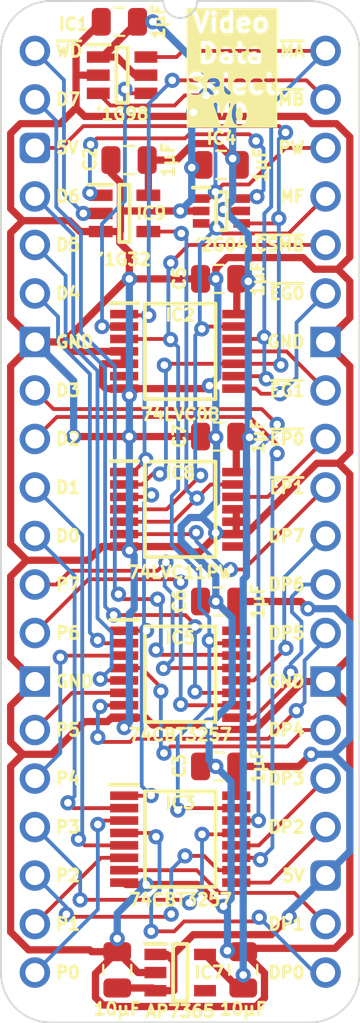
<source format=kicad_pcb>
(kicad_pcb (version 20240108) (generator "pcbnew") (generator_version "8.0")
  (title_block (title "Video Main Memory Select") (date "2024-03-06") (rev "V0"))
  (layers (0 "F.Cu" signal) (31 "B.Cu" signal) (34 "B.Paste" user) (35 "F.Paste" user) (36 "B.SilkS" user "B.Silkscreen") (37 "F.SilkS" user "F.Silkscreen") (38 "B.Mask" user) (39 "F.Mask" user) (44 "Edge.Cuts" user))
  (net 0 "")
  (net 1 "/5V")
  (net 2 "/GND")
  (net 3 "/3.3V")
  (net 5 "/~{Palette Write Memory B}")
  (net 6 "/Palette Write")
  (net 7 "/~{Memory A}")
  (net 8 "/~{Memory B}")
  (net 9 "/~{CS Memory B}")
  (net 10 "/PL2")
  (net 11 "/DP0")
  (net 12 "/D1_{M}")
  (net 13 "/DP3")
  (net 14 "/D2_{M}")
  (net 15 "/DP2")
  (net 16 "/PL1")
  (net 17 "/PL0")
  (net 18 "/PL3")
  (net 19 "/D3_{M}")
  (net 20 "/D0_{M}")
  (net 21 "/DP1")
  (net 22 "/~{Palette Write}")
  (net 23 "/Memory Frame")
  (net 24 "/~{Memory Frame}")
  (net 25 "/D4_{M}")
  (net 26 "/PL7")
  (net 27 "/DP5")
  (net 28 "/PL6")
  (net 29 "/D7_{M}")
  (net 30 "/DP6")
  (net 31 "/D5_{M}")
  (net 32 "/DP4")
  (net 33 "/PL4")
  (net 34 "/DP7")
  (net 35 "/PL5")
  (net 36 "/D6_{M}")
  (net 37 "/~{EG1}")
  (net 38 "/~{EG0}")
  (net 40 "/~{EP1}")
  (net 41 "/~{EP0}")
  (net 42 "/~{Palette + WD}")
  (net 43 "/~{WD}_{M}")
  (footprint "SamacSys_Parts:C_0805" (layer "F.Cu") (at 10.922 48.133)
    (property "Reference" "C9" (hide yes))
    (property "Value" "10μF")
  )
  (footprint "SamacSys_Parts:C_0805" (layer "F.Cu") (at 9.652 11.938 90)
    (property "Reference" "C5")
    (property "Value" "1μF")
  )
  (footprint "SamacSys_Parts:C_0805" (layer "F.Cu") (at 9.652 37.465 90)
    (property "Reference" "C3")
    (property "Value" "1μF")
  )
  (footprint "SamacSys_Parts:DIP-40_Board_W15.24mm" (layer "F.Cu") (at 0 0)
    (property "Reference" "J1" (hide yes))
    (property "Value" "Conn_02x20_Counter_Clockwise" (hide yes))
    (fp_line (start -1.778 48.26) (end -1.778 0) (stroke (width 0.1)) (layer "Edge.Cuts"))
    (fp_line (start 6.731 -2.6162) (end 0.835732 -2.613732) (stroke (width 0.1)) (layer "Edge.Cuts"))
    (fp_line (start 14.404267 -2.613733) (end 8.509 -2.6162) (stroke (width 0.1)) (layer "Edge.Cuts"))
    (fp_line (start 14.404268 50.873732) (end 0.835733 50.873733) (stroke (width 0.1)) (layer "Edge.Cuts"))
    (fp_line (start 17.018 48.26) (end 17.017999 -0.000001) (stroke (width 0.1)) (layer "Edge.Cuts"))
    (fp_arc (start -1.778 0) (mid -1.012456 -1.848188) (end 0.835732 -2.613732) (stroke (width 0.1)) (layer "Edge.Cuts"))
    (fp_arc (start 0.835733 50.873733) (mid -1.012457 50.10819) (end -1.778 48.26) (stroke (width 0.1)) (layer "Edge.Cuts"))
    (fp_arc (start 8.509 -2.6162) (mid 7.62 -1.7272) (end 6.731 -2.6162) (stroke (width 0.1)) (layer "Edge.Cuts"))
    (fp_arc (start 14.404267 -2.613733) (mid 16.252448 -1.848183) (end 17.017999 -0.000001) (stroke (width 0.1)) (layer "Edge.Cuts"))
    (fp_arc (start 17.018 48.26) (mid 16.252456 50.108187) (end 14.404268 50.873732) (stroke (width 0.1)) (layer "Edge.Cuts"))
  )
  (footprint "SamacSys_Parts:SOP65P640X110-14N" (layer "F.Cu") (at 7.62 24.003)
    (property "Reference" "IC8")
    (property "Value" "74LVC11PW,112" (hide yes))
  )
  (footprint "SamacSys_Parts:SOP65P210X110-6N" (layer "F.Cu") (at 9.779 8.382)
    (property "Reference" "IC4")
    (property "Value" "74LVC2G04GW-Q100H" (hide yes))
  )
  (footprint "SamacSys_Parts:C_0805" (layer "F.Cu") (at 9.652 20.193 90)
    (property "Reference" "C7")
    (property "Value" "1μF")
  )
  (footprint "SamacSys_Parts:SOT95P275X110-5N" (layer "F.Cu") (at 4.699 8.509)
    (property "Reference" "IC9")
    (property "Value" "74LVC1G32GV,125" (hide yes))
  )
  (footprint "SamacSys_Parts:C_0805" (layer "F.Cu") (at 9.652 28.829 90)
    (property "Reference" "C6")
    (property "Value" "1μF")
  )
  (footprint "SamacSys_Parts:SOP65P640X110-14N" (layer "F.Cu") (at 7.62 15.733)
    (property "Reference" "IC2")
    (property "Value" "74LVC08APW,112" (hide yes))
  )
  (footprint "SamacSys_Parts:C_0805" (layer "F.Cu") (at 4.445 -1.524 90)
    (property "Reference" "C4" (hide yes))
    (property "Value" "1μF")
  )
  (footprint "SamacSys_Parts:SOT95P280X145-6N" (layer "F.Cu") (at 4.572 1.27)
    (property "Reference" "IC1")
    (property "Value" "SN74LVC1G98DBVR" (hide yes))
  )
  (footprint "SamacSys_Parts:C_0805" (layer "F.Cu") (at 4.318 48.133)
    (property "Reference" "C8" (hide yes))
    (property "Value" "10μF")
  )
  (footprint "SamacSys_Parts:C_0805" (layer "F.Cu") (at 4.953 5.715 90)
    (property "Reference" "C2")
    (property "Value" "1μF")
  )
  (footprint "SamacSys_Parts:SOT95P285X130-5N" (layer "F.Cu") (at 7.62 48.26)
    (property "Reference" "IC7")
    (property "Value" "AP7365-33WG-7" (hide yes))
  )
  (footprint "SamacSys_Parts:SOP65P640X120-16N" (layer "F.Cu") (at 7.62 41.275)
    (property "Reference" "IC3")
    (property "Value" "SN74CBT3257CPWR" (hide yes))
  )
  (footprint "SamacSys_Parts:SOP65P640X120-16N" (layer "F.Cu") (at 7.62 32.639)
    (property "Reference" "IC5")
    (property "Value" "SN74CBT3257CPWR" (hide yes))
  )
  (footprint "SamacSys_Parts:C_0805" (layer "F.Cu") (at 9.779 5.969 90)
    (property "Reference" "C1" (hide yes))
    (property "Value" "1μF")
  )
  (footprint "SamacSys_Parts:PinHeader_1x20_P2.54mm_Vertical" (layer "B.Cu") (at 0 0 180)
    (property "Reference" "J2" (hide yes))
    (property "Value" "Pin_Header_01x20" (hide yes))
  )
  (footprint "SamacSys_Parts:PinHeader_1x20_P2.54mm_Vertical" (layer "B.Cu") (at 15.24 0 180)
    (property "Reference" "J3" (hide yes))
    (property "Value" "Pin_Header_01x20" (hide yes))
  )
  (gr_text "P0" (at 1.016 48.26 0) (layer "F.SilkS") (effects (font (size 0.635 0.635)) (justify left)))
  (gr_text "5V" (at 1.016 5.08 0) (layer "F.SilkS") (effects (font (size 0.635 0.635)) (justify left)))
  (gr_text "P1" (at 1.016 45.72 0) (layer "F.SilkS") (effects (font (size 0.635 0.635)) (justify left)))
  (gr_text "P7" (at 1.016 27.94 0) (layer "F.SilkS") (effects (font (size 0.635 0.635)) (justify left)))
  (gr_text "5V" (at 14.224 43.18 0) (layer "F.SilkS") (effects (font (size 0.635 0.635)) (justify right)))
  (gr_text "~{EP0}" (at 14.224 20.32 0) (layer "F.SilkS") (effects (font (size 0.635 0.635)) (justify right)))
  (gr_text "D3" (at 1.016 17.78 0) (layer "F.SilkS") (effects (font (size 0.635 0.635)) (justify left)))
  (gr_text "~{MB}" (at 14.224 2.54 0) (layer "F.SilkS") (effects (font (size 0.635 0.635)) (justify right)))
  (gr_text "P2" (at 1.016 43.18 0) (layer "F.SilkS") (effects (font (size 0.635 0.635)) (justify left)))
  (gr_text "D2" (at 1.016 20.32 0) (layer "F.SilkS") (effects (font (size 0.635 0.635)) (justify left)))
  (gr_text "D7" (at 1.016 2.54 0) (layer "F.SilkS") (effects (font (size 0.635 0.635)) (justify left)))
  (gr_text "GND" (at 14.224 33.02 0) (layer "F.SilkS") (effects (font (size 0.635 0.635)) (justify right)))
  (gr_text "P5" (at 1.016 35.56 0) (layer "F.SilkS") (effects (font (size 0.635 0.635)) (justify left)))
  (gr_text "~{CSMB}" (at 14.224 10.16 0) (layer "F.SilkS") (effects (font (size 0.635 0.635)) (justify right)))
  (gr_text "DP5" (at 14.224 30.48 0) (layer "F.SilkS") (effects (font (size 0.635 0.635)) (justify right)))
  (gr_text "D4" (at 1.016 12.7 0) (layer "F.SilkS") (effects (font (size 0.635 0.635)) (justify left)))
  (gr_text "DP7" (at 14.224 25.4 0) (layer "F.SilkS") (effects (font (size 0.635 0.635)) (justify right)))
  (gr_text "DP3" (at 14.224 38.1 0) (layer "F.SilkS") (effects (font (size 0.635 0.635)) (justify right)))
  (gr_text "~{MA}" (at 14.224 0 0) (layer "F.SilkS") (effects (font (size 0.635 0.635)) (justify right)))
  (gr_text "PW" (at 14.224 5.08 0) (layer "F.SilkS") (effects (font (size 0.635 0.635)) (justify right)))
  (gr_text "~{EG1}" (at 14.224 17.78 0) (layer "F.SilkS") (effects (font (size 0.635 0.635)) (justify right)))
  (gr_text "DP2" (at 14.224 40.64 0) (layer "F.SilkS") (effects (font (size 0.635 0.635)) (justify right)))
  (gr_text "GND" (at 1.016 15.24 0) (layer "F.SilkS") (effects (font (size 0.635 0.635)) (justify left)))
  (gr_text "GND" (at 14.224 15.24 0) (layer "F.SilkS") (effects (font (size 0.635 0.635)) (justify right)))
  (gr_text "DP1" (at 14.224 45.72 0) (layer "F.SilkS") (effects (font (size 0.635 0.635)) (justify right)))
  (gr_text "~{EP1}" (at 14.224 22.86 0) (layer "F.SilkS") (effects (font (size 0.635 0.635)) (justify right)))
  (gr_text "D0" (at 1.016 25.4 0) (layer "F.SilkS") (effects (font (size 0.635 0.635)) (justify left)))
  (gr_text "DP6" (at 14.224 27.94 0) (layer "F.SilkS") (effects (font (size 0.635 0.635)) (justify right)))
  (gr_text "D6" (at 1.016 7.62 0) (layer "F.SilkS") (effects (font (size 0.635 0.635)) (justify left)))
  (gr_text "P6" (at 1.016 30.48 0) (layer "F.SilkS") (effects (font (size 0.635 0.635)) (justify left)))
  (gr_text "D1" (at 1.016 22.86 0) (layer "F.SilkS") (effects (font (size 0.635 0.635)) (justify left)))
  (gr_text "MF" (at 14.224 7.62 0) (layer "F.SilkS") (effects (font (size 0.635 0.635)) (justify right)))
  (gr_text "DP0" (at 14.224 48.26 0) (layer "F.SilkS") (effects (font (size 0.635 0.635)) (justify right)))
  (gr_text "DP4" (at 14.224 35.56 0) (layer "F.SilkS") (effects (font (size 0.635 0.635)) (justify right)))
  (gr_text "P3" (at 1.016 40.64 0) (layer "F.SilkS") (effects (font (size 0.635 0.635)) (justify left)))
  (gr_text "Video\nData\nSelect\nV0\n" (at 10.287 3.937 0) (layer "F.SilkS" knockout) (effects (font (size 1 1) (thickness 0.2) (bold yes)) (justify bottom)))
  (gr_text "~{WD}" (at 1.016 0 0) (layer "F.SilkS") (effects (font (size 0.635 0.635)) (justify left)))
  (gr_text "P4" (at 1.016 38.1 0) (layer "F.SilkS") (effects (font (size 0.635 0.635)) (justify left)))
  (gr_text "~{EG0}" (at 14.224 12.7 0) (layer "F.SilkS") (effects (font (size 0.635 0.635)) (justify right)))
  (gr_text "GND" (at 1.016 33.02 0) (layer "F.SilkS") (effects (font (size 0.635 0.635)) (justify left)))
  (gr_text "D5" (at 1.016 10.16 0) (layer "F.SilkS") (effects (font (size 0.635 0.635)) (justify left)))
  (segment (start 10.586 28.829) (end 13.94069 28.829) (width 0.38) (layer "F.Cu") (net 1))
  (segment (start 7.285 49.2) (end 7.285 47.671) (width 0.38) (layer "F.Cu") (net 1))
  (segment (start 7.285 47.29) (end 8.298 46.277) (width 0.38) (layer "F.Cu") (net 1))
  (segment (start 10.586 37.465) (end 13.843 37.465) (width 0.38) (layer "F.Cu") (net 1))
  (segment (start 6.924 47.31) (end 6.32 47.31) (width 0.38) (layer "F.Cu") (net 1))
  (segment (start 8.298 46.277) (end 12.397 46.277) (width 0.38) (layer "F.Cu") (net 1))
  (segment (start 13.843 37.465) (end 14.478 36.83) (width 0.38) (layer "F.Cu") (net 1))
  (segment (start 10.586 37.465) (end 10.586 38.972) (width 0.38) (layer "F.Cu") (net 1))
  (segment (start 6.32 49.21) (end 7.275 49.21) (width 0.38) (layer "F.Cu") (net 1))
  (segment (start 12.397 46.277) (end 13.335 45.339) (width 0.38) (layer "F.Cu") (net 1))
  (segment (start 7.275 49.21) (end 7.285 49.2) (width 0.38) (layer "F.Cu") (net 1))
  (segment (start 6.177 49.067) (end 6.32 49.21) (width 0.38) (layer "F.Cu") (net 1))
  (segment (start 7.285 47.671) (end 7.285 47.29) (width 0.38) (layer "F.Cu") (net 1))
  (segment (start 7.285 47.671) (end 6.924 47.31) (width 0.38) (layer "F.Cu") (net 1))
  (segment (start 4.318 49.067) (end 6.177 49.067) (width 0.38) (layer "F.Cu") (net 1))
  (segment (start 13.94069 28.829) (end 14.318163 29.206473) (width 0.38) (layer "F.Cu") (net 1))
  (segment (start 10.586 28.829) (end 10.586 30.336) (width 0.38) (layer "F.Cu") (net 1))
  (via (at 13.335 45.339) (size 0.8) (drill 0.4) (layers "F.Cu" "B.Cu") (net 1))
  (via (at 14.318163 29.206473) (size 0.8) (drill 0.4) (layers "F.Cu" "B.Cu") (net 1))
  (via (at 14.478 36.83) (size 0.8) (drill 0.4) (layers "F.Cu" "B.Cu") (net 1))
  (segment (start 16.51 35.972915) (end 15.652915 36.83) (width 0.38) (layer "B.Cu") (net 1))
  (segment (start 13.335 45.085) (end 13.335 45.339) (width 0.38) (layer "B.Cu") (net 1))
  (segment (start 15.24 43.18) (end 16.51 41.91) (width 0.38) (layer "B.Cu") (net 1))
  (segment (start 16.51 29.968473) (end 16.51 35.972915) (width 0.38) (layer "B.Cu") (net 1))
  (segment (start 15.24 43.18) (end 13.335 45.085) (width 0.38) (layer "B.Cu") (net 1))
  (segment (start 16.51 37.687085) (end 15.652915 36.83) (width 0.38) (layer "B.Cu") (net 1))
  (segment (start 15.652915 36.83) (end 14.478 36.83) (width 0.38) (layer "B.Cu") (net 1))
  (segment (start 16.51 41.91) (end 16.51 37.687085) (width 0.38) (layer "B.Cu") (net 1))
  (segment (start 14.318163 29.206473) (end 15.748 29.206473) (width 0.38) (layer "B.Cu") (net 1))
  (segment (start 15.748 29.206473) (end 16.51 29.968473) (width 0.38) (layer "B.Cu") (net 1))
  (segment (start 4.953 11.938) (end 4.953 10.541) (width 0.38) (layer "F.Cu") (net 2))
  (segment (start 8.686 20.193) (end 9.451762 20.193) (width 0.38) (layer "F.Cu") (net 2))
  (segment (start -0.635 36.83) (end -1.27 37.465) (width 0.38) (layer "F.Cu") (net 2))
  (segment (start 10.922 47.167) (end 10.145002 47.167) (width 0.38) (layer "F.Cu") (net 2))
  (segment (start 8.813 5.969) (end 8.363916 5.969) (width 0.38) (layer "F.Cu") (net 2))
  (segment (start 4.682 15.733) (end 2.017 15.733) (width 0.38) (layer "F.Cu") (net 2))
  (segment (start 0 33.02) (end -1.27 31.75) (width 0.38) (layer "F.Cu") (net 2))
  (segment (start 8.533384 3.429) (end 14.14194 3.429) (width 0.38) (layer "F.Cu") (net 2))
  (segment (start 10.558 25.303) (end 10.558 24.653) (width 0.38) (layer "F.Cu") (net 2))
  (segment (start 2.794 26.67) (end -0.428 26.67) (width 0.38) (layer "F.Cu") (net 2))
  (segment (start 4.953 11.938) (end 4.826 11.938) (width 0.38) (layer "F.Cu") (net 2))
  (segment (start -0.635 8.89) (end -1.27 9.525) (width 0.38) (layer "F.Cu") (net 2))
  (segment (start 0.889 36.83) (end 2.601501 35.117499) (width 0.38) (layer "F.Cu") (net 2))
  (segment (start 9.486 37.465) (end 8.686 37.465) (width 0.38) (layer "F.Cu") (net 2))
  (segment (start -1.27 27.512) (end -0.428 26.67) (width 0.38) (layer "F.Cu") (net 2))
  (segment (start 10.145002 47.167) (end 10.095002 47.117) (width 0.38) (layer "F.Cu") (net 2))
  (segment (start 2.601501 35.117499) (end 3.81 35.117499) (width 0.38) (layer "F.Cu") (net 2))
  (segment (start 8.994 17.683) (end 9.151 17.526) (width 0.38) (layer "F.Cu") (net 2))
  (segment (start -1.27 9.525) (end -1.27 13.97) (width 0.38) (layer "F.Cu") (net 2))
  (segment (start -0.635 8.89) (end 1.803771 8.89) (width 0.38) (layer "F.Cu") (net 2))
  (segment (start 5.7995 34.914) (end 6.179435 35.293935) (width 0.38) (layer "F.Cu") (net 2))
  (segment (start 9.477979 25.235373) (end 9.545606 25.303) (width 0.38) (layer "F.Cu") (net 2))
  (segment (start 10.922 47.167) (end 12.037 48.282) (width 0.38) (layer "F.Cu") (net 2))
  (segment (start 16.51 22.178) (end 16.51 31.75) (width 0.38) (layer "F.Cu") (net 2))
  (segment (start -1.27 46.132915) (end -0.332915 47.07) (width 0.38) (layer "F.Cu") (net 2))
  (segment (start 5.162 25.953) (end 4.953 26.162) (width 0.38) (layer "F.Cu") (net 2))
  (segment (start 9.486 11.938) (end 9.486 11.400976) (width 0.38) (layer "F.Cu") (net 2))
  (segment (start 4.454 9.459) (end 4.454 10.042) (width 0.38) (layer "F.Cu") (net 2))
  (segment (start 3.175 48.31) (end 4.318 47.167) (width 0.38) (layer "F.Cu") (net 2))
  (segment (start 8.686 11.938) (end 4.953 11.938) (width 0.38) (layer "F.Cu") (net 2))
  (segment (start 3.7115 17.683) (end 4.682 17.683) (width 0.38) (layer "F.Cu") (net 2))
  (segment (start 8.103352 3.429) (end 8.318368 3.213984) (width 0.38) (layer "F.Cu") (net 2))
  (segment (start 3.570976 49.957) (end 3.175 49.561024) (width 0.38) (layer "F.Cu") (net 2))
  (segment (start 4.953 18.034) (end 4.953 17.954) (width 0.38) (layer "F.Cu") (net 2))
  (segment (start 4.682 16.383) (end 3.5645 16.383) (width 0.38) (layer "F.Cu") (net 2))
  (segment (start 16.51 12.065) (end 16.51 13.97) (width 0.38) (layer "F.Cu") (net 2))
  (segment (start 2.874 47.07) (end 2.971 47.167) (width 0.38) (layer "F.Cu") (net 2))
  (segment (start 4.953 20.193) (end 2.032 20.193) (width 0.38) (layer "F.Cu") (net 2))
  (segment (start 4.11 49.957) (end 3.570976 49.957) (width 0.38) (layer "F.Cu") (net 2))
  (segment (start 4.486938 6.891938) (end 4.486938 8.382) (width 0.38) (layer "F.Cu") (net 2))
  (segment (start 9.195435 35.293935) (end 9.134085 35.293935) (width 0.38) (layer "F.Cu") (net 2))
  (segment (start 9.451762 20.193) (end 9.486 20.227238) (width 0.38) (layer "F.Cu") (net 2))
  (segment (start 2.017 15.733) (end 1.524 15.24) (width 0.38) (layer "F.Cu") (net 2))
  (segment (start 2.159 2.979771) (end 1.328771 3.81) (width 0.38) (layer "F.Cu") (net 2))
  (segment (start 7.756217 26.24) (end 7.469217 25.953) (width 0.38) (layer "F.Cu") (net 2))
  (segment (start 2.608229 3.429) (end 2.159 2.979771) (width 0.38) (layer "F.Cu") (net 2))
  (segment (start 15.24 15.24) (end 16.51 16.51) (width 0.38) (layer "F.Cu") (net 2))
  (segment (start 6.179435 35.293935) (end 9.134085 35.293935) (width 0.38) (layer "F.Cu") (net 2))
  (segment (start 3.511 25.953) (end 2.794 26.67) (width 0.38) (layer "F.Cu") (net 2))
  (segment (start 3.5645 16.383) (end 3.5545 16.393) (width 0.38) (layer "F.Cu") (net 2))
  (segment (start 16.51 13.97) (end 15.24 15.24) (width 0.38) (layer "F.Cu") (net 2))
  (segment (start 4.682 34.914) (end 5.7995 34.914) (width 0.38) (layer "F.Cu") (net 2))
  (segment (start 16.51 4.507085) (end 15.812915 3.81) (width 0.38) (layer "F.Cu") (net 2))
  (segment (start 4.191 50.038) (end 4.11 49.957) (width 0.38) (layer "F.Cu") (net 2))
  (segment (start 4.454 9.459) (end 3.449 9.459) (width 0.38) (layer "F.Cu") (net 2))
  (segment (start 10.063976 10.823) (end 14.060085 10.823) (width 0.38) (layer "F.Cu") (net 2))
  (segment (start -1.27 37.465) (end -1.27 46.132915) (width 0.38) (layer "F.Cu") (net 2))
  (segment (start 9.477979 25.235373) (end 9.477979 25.388759) (width 0.38) (layer "F.Cu") (net 2))
  (segment (start 11.588024 50.038) (end 4.191 50.038) (width 0.38) (layer "F.Cu") (net 2))
  (segment (start 16.51 31.75) (end 15.24 33.02) (width 0.38) (layer "F.Cu") (net 2))
  (segment (start -1.27 8.255) (end -0.635 8.89) (width 0.38) (layer "F.Cu") (net 2))
  (segment (start 2.608229 3.429) (end 8.103352 3.429) (width 0.38) (layer "F.Cu") (net 2))
  (segment (start 4.682 25.953) (end 3.511 25.953) (width 0.38) (layer "F.Cu") (net 2))
  (segment (start 7.620005 8.382001) (end 7.620004 8.382) (width 0.38) (layer "F.Cu") (net 2))
  (segment (start -1.27 31.75) (end -1.27 27.512) (width 0.38) (layer "F.Cu") (net 2))
  (segment (start 4.013499 34.914) (end 3.81 35.117499) (width 0.38) (layer "F.Cu") (net 2))
  (segment (start 12.037 49.589024) (end 11.588024 50.038) (width 0.38) (layer "F.Cu") (net 2))
  (segment (start -0.428 26.67) (end -1.27 25.828) (width 0.38) (layer "F.Cu") (net 2))
  (segment (start 6.32 48.26) (end 5.411 48.26) (width 0.38) (layer "F.Cu") (net 2))
  (segment (start -0.332915 47.07) (end 2.874 47.07) (width 0.38) (layer "F.Cu") (net 2))
  (segment (start -0.762 3.81) (end -1.27 4.318) (width 0.38) (layer "F.Cu") (net 2))
  (segment (start 9.682875 44.79284) (end 9.886779 44.79284) (width 0.38) (layer "F.Cu") (net 2))
  (segment (start 2.159 -0.204) (end 3.479 -1.524) (width 0.38) (layer "F.Cu") (net 2))
  (segment (start 15.922 21.59) (end 16.51 22.178) (width 0.38) (layer "F.Cu") (net 2))
  (segment (start 2.159 2.979771) (end 2.159 1.27) (width 0.38) (layer "F.Cu") (net 2))
  (segment (start 8.626738 26.24) (end 7.756217 26.24) (width 0.38) (layer "F.Cu") (net 2))
  (segment (start 4.953 17.954) (end 4.682 17.683) (width 0.38) (layer "F.Cu") (net 2))
  (segment (start 8.686 28.829) (end 9.486 28.829) (width 0.38) (layer "F.Cu") (net 2))
  (segment (start -1.27 25.828) (end -1.27 16.51) (width 0.38) (layer "F.Cu") (net 2))
  (segment (start 2.159 1.27) (end 2.159 -0.204) (width 0.38) (layer "F.Cu") (net 2))
  (segment (start 8.970999 8.382001) (end 8.109972 8.382001) (width 0.38) (layer "F.Cu") (net 2))
  (segment (start 4.486938 8.382) (end 4.486938 9.426062) (width 0.38) (layer "F.Cu") (net 2))
  (segment (start 4.682 15.733) (end 4.682 16.383) (width 0.38) (layer "F.Cu") (net 2))
  (segment (start 4.454 10.042) (end 4.953 10.541) (width 0.38) (layer "F.Cu") (net 2))
  (segment (start 4.682 43.55) (end 4.782 43.65) (width 0.38) (layer "F.Cu") (net 2))
  (segment (start 4.782 43.65) (end 5.834187 43.65) (width 0.38) (layer "F.Cu") (net 2))
  (segment (start 16.51 34.29) (end 16.51 46.212915) (width 0.38) (layer "F.Cu") (net 2))
  (segment (start 14.52294 3.81) (end 14.14194 3.429) (width 0.38) (layer "F.Cu") (net 2))
  (segment (start 8.533384 3.429) (end 8.318368 3.213984) (width 0.38) (layer "F.Cu") (net 2))
  (segment (start 8.109972 8.382001) (end 7.620005 8.382001) (width 0.38) (layer "F.Cu") (net 2))
  (segment (start 9.4305 35.529) (end 9.195435 35.293935) (width 0.38) (layer "F.Cu") (net 2))
  (segment (start -1.27 16.51) (end 0 15.24) (width 0.38) (layer "F.Cu") (net 2))
  (segment (start 14.06 33.02) (end 11.551 35.529) (width 0.38) (layer "F.Cu") (net 2))
  (segment (start 11.0705 25.303) (end 14.7835 21.59) (width 0.38) (layer "F.Cu") (net 2))
  (segment (start 15.875 11.43) (end 16.51 12.065) (width 0.38) (layer "F.Cu") (net 2))
  (segment (start 14.667085 11.43) (end 15.875 11.43) (width 0.38) (layer "F.Cu") (net 2))
  (segment (start 4.953 26.162) (end 4.744 25.953) (width 0.38) (layer "F.Cu") (net 2))
  (segment (start 9.477979 25.388759) (end 8.626738 26.24) (width 0.38) (layer "F.Cu") (net 2))
  (segment (start 16.51 10.795) (end 16.51 4.507085) (width 0.38) (layer "F.Cu") (net 2))
  (segment (start 11.551 35.529) (end 9.4305 35.529) (width 0.38) (layer "F.Cu") (net 2))
  (segment (start 14.060085 10.823) (end 14.667085 11.43) (width 0.38) (layer "F.Cu") (net 2))
  (segment (start 8.686 20.193) (end 4.953 20.193) (width 0.38) (layer "F.Cu") (net 2))
  (segment (start 4.682 17.683) (end 8.994 17.683) (width 0.38) (layer "F.Cu") (net 2))
  (segment (start 10.558 24.653) (end 10.558 24.003) (width 0.38) (layer "F.Cu") (net 2))
  (segment (start 15.875 11.43) (end 16.51 10.795) (width 0.38) (layer "F.Cu") (net 2))
  (segment (start 2.372771 9.459) (end 1.803771 8.89) (width 0.38) (layer "F.Cu") (net 2))
  (segment (start 3.5545 16.393) (end 3.5545 17.526) (width 0.38) (layer "F.Cu") (net 2))
  (segment (start 15.812915 3.81) (end 14.52294 3.81) (width 0.38) (layer "F.Cu") (net 2))
  (segment (start 2.971 47.167) (end 4.318 47.167) (width 0.38) (layer "F.Cu") (net 2))
  (segment (start 8.363916 5.969) (end 8.223165 6.109751) (width 0.38) (layer "F.Cu") (net 2))
  (segment (start 4.682 34.914) (end 4.013499 34.914) (width 0.38) (layer "F.Cu") (net 2))
  (segment (start 1.524 15.24) (end 0 15.24) (width 0.38) (layer "F.Cu") (net 2))
  (segment (start 4.486938 9.426062) (end 4.454 9.459) (width 0.38) (layer "F.Cu") (net 2))
  (segment (start -1.27 4.318) (end -1.27 8.255) (width 0.38) (layer "F.Cu") (net 2))
  (segment (start -1.27 13.97) (end 0 15.24) (width 0.38) (layer "F.Cu") (net 2))
  (segment (start -0.635 36.83) (end -1.27 36.195) (width 0.38) (layer "F.Cu") (net 2))
  (segment (start 16.51 46.212915) (end 15.732915 46.99) (width 0.38) (layer "F.Cu") (net 2))
  (segment (start 8.540035 43.65) (end 9.682875 44.79284) (width 0.38) (layer "F.Cu") (net 2))
  (segment (start 1.328771 3.81) (end -0.762 3.81) (width 0.38) (layer "F.Cu") (net 2))
  (segment (start 16.51 21.002) (end 15.922 21.59) (width 0.38) (layer "F.Cu") (net 2))
  (segment (start 7.620004 8.382) (end 4.486938 8.382) (width 0.38) (layer "F.Cu") (net 2))
  (segment (start 5.411 48.26) (end 4.318 47.167) (width 0.38) (layer "F.Cu") (net 2))
  (segment (start 15.24 33.02) (end 16.51 34.29) (width 0.38) (layer "F.Cu") (net 2))
  (segment (start 4.318 47.167) (end 4.318 46.482) (width 0.38) (layer "F.Cu") (net 2))
  (segment (start 3.987 6.392) (end 4.486938 6.891938) (width 0.38) (layer "F.Cu") (net 2))
  (segment (start 9.486 11.400976) (end 10.063976 10.823) (width 0.38) (layer "F.Cu") (net 2))
  (segment (start 9.545606 25.303) (end 10.558 25.303) (width 0.38) (layer "F.Cu") (net 2))
  (segment (start 3.5545 17.526) (end 3.7115 17.683) (width 0.38) (layer "F.Cu") (net 2))
  (segment (start -0.635 36.83) (end 0.889 36.83) (width 0.38) (layer "F.Cu") (net 2))
  (segment (start 5.834187 43.65) (end 8.540035 43.65) (width 0.38) (layer "F.Cu") (net 2))
  (segment (start 15.732915 46.99) (end 11.099 46.99) (width 0.38) (layer "F.Cu") (net 2))
  (segment (start 12.037 48.282) (end 12.037 49.589024) (width 0.38) (layer "F.Cu") (net 2))
  (segment (start 3.449 9.459) (end 2.372771 9.459) (width 0.38) (layer "F.Cu") (net 2))
  (segment (start 3.175 49.561024) (end 3.175 48.31) (width 0.38) (layer "F.Cu") (net 2))
  (segment (start 3.987 5.715) (end 3.987 6.392) (width 0.38) (layer "F.Cu") (net 2))
  (segment (start 4.682 34.914) (end 4.682 35.433) (width 0.38) (layer "F.Cu") (net 2))
  (segment (start 15.24 33.02) (end 14.06 33.02) (width 0.38) (layer "F.Cu") (net 2))
  (segment (start 16.51 16.51) (end 16.51 21.002) (width 0.38) (layer "F.Cu") (net 2))
  (segment (start 7.469217 25.953) (end 5.162 25.953) (width 0.38) (layer "F.Cu") (net 2))
  (segment (start 4.826 11.938) (end 1.524 15.24) (width 0.38) (layer "F.Cu") (net 2))
  (segment (start -1.27 34.29) (end 0 33.02) (width 0.38) (layer "F.Cu") (net 2))
  (segment (start 14.7835 21.59) (end 15.922 21.59) (width 0.38) (layer "F.Cu") (net 2))
  (segment (start -1.27 36.195) (end -1.27 34.29) (width 0.38) (layer "F.Cu") (net 2))
  (segment (start 8.686 11.938) (end 9.486 11.938) (width 0.38) (layer "F.Cu") (net 2))
  (segment (start 3.322 1.27) (end 2.159 1.27) (width 0.38) (layer "F.Cu") (net 2))
  (via (at 4.682 35.433) (size 0.8) (drill 0.4) (layers "F.Cu" "B.Cu") (net 2))
  (via (at 9.886779 44.79284) (size 0.8) (drill 0.4) (layers "F.Cu" "B.Cu") (net 2))
  (via (at 4.953 18.034) (size 0.8) (drill 0.4) (layers "F.Cu" "B.Cu") (net 2))
  (via (at 9.151 17.526) (size 0.8) (drill 0.4) (layers "F.Cu" "B.Cu") (net 2))
  (via (at 4.953 11.938) (size 0.8) (drill 0.4) (layers "F.Cu" "B.Cu") (net 2))
  (via (at 4.953 26.162) (size 0.8) (drill 0.4) (layers "F.Cu" "B.Cu") (net 2))
  (via (at 10.095002 47.117) (size 0.8) (drill 0.4) (layers "F.Cu" "B.Cu") (net 2))
  (via (at 8.318368 3.213984) (size 0.8) (drill 0.4) (layers "F.Cu" "B.Cu") (net 2))
  (via (at 7.620004 8.382) (size 0.8) (drill 0.4) (layers "F.Cu" "B.Cu") (net 2))
  (via (at 4.318 46.482) (size 0.8) (drill 0.4) (layers "F.Cu" "B.Cu") (net 2))
  (via (at 9.477979 25.235373) (size 0.8) (drill 0.4) (layers "F.Cu" "B.Cu") (net 2))
  (via (at 9.134085 35.293935) (size 0.8) (drill 0.4) (layers "F.Cu" "B.Cu") (net 2))
  (via (at 2.032 20.193) (size 0.8) (drill 0.4) (layers "F.Cu" "B.Cu") (net 2))
  (via (at 4.953 20.193) (size 0.8) (drill 0.4) (layers "F.Cu" "B.Cu") (net 2))
  (via (at 5.834187 43.65) (size 0.8) (drill 0.4) (layers "F.Cu" "B.Cu") (net 2))
  (via (at 9.486 28.829) (size 0.8) (drill 0.4) (layers "F.Cu" "B.Cu") (net 2))
  (via (at 9.486 37.465) (size 0.8) (drill 0.4) (layers "F.Cu" "B.Cu") (net 2))
  (via (at 8.223165 6.109751) (size 0.8) (drill 0.4) (layers "F.Cu" "B.Cu") (net 2))
  (via (at 9.486 20.227238) (size 0.8) (drill 0.4) (layers "F.Cu" "B.Cu") (net 2))
  (via (at 9.486 11.938) (size 0.8) (drill 0.4) (layers "F.Cu" "B.Cu") (net 2))
  (segment (start 9.477979 25.126662) (end 8.783672 24.432355) (width 0.38) (layer "B.Cu") (net 2))
  (segment (start 4.953 20.193) (end 4.953 18.034) (width 0.38) (layer "B.Cu") (net 2))
  (segment (start 10.287 44.392619) (end 9.886779 44.79284) (width 0.38) (layer "B.Cu") (net 2))
  (segment (start 9.477979 25.235373) (end 9.477979 25.126662) (width 0.38) (layer "B.Cu") (net 2))
  (segment (start 10.342 34.08602) (end 9.134085 35.293935) (width 0.38) (layer "B.Cu") (net 2))
  (segment (start 2.032 20.193) (end 2.032 17.272) (width 0.38) (layer "B.Cu") (net 2))
  (segment (start 9.525 20.266238) (end 9.486 20.227238) (width 0.38) (layer "B.Cu") (net 2))
  (segment (start 4.318 45.166187) (end 5.834187 43.65) (width 0.38) (layer "B.Cu") (net 2))
  (segment (start 4.953 35.162) (end 4.682 35.433) (width 0.38) (layer "B.Cu") (net 2))
  (segment (start 8.714645 24.432355) (end 8.129214 24.432355) (width 0.38) (layer "B.Cu") (net 2))
  (segment (start 8.223165 3.309187) (end 8.318368 3.213984) (width 0.38) (layer "B.Cu") (net 2))
  (segment (start 9.486 27.495072) (end 9.486 28.829) (width 0.38) (layer "B.Cu") (net 2))
  (segment (start 9.486 28.829) (end 10.342 29.685) (width 0.38) (layer "B.Cu") (net 2))
  (segment (start 9.486 37.465) (end 10.287 38.266) (width 0.38) (layer "B.Cu") (net 2))
  (segment (start 8.223165 7.778839) (end 8.223165 6.109751) (width 0.38) (layer "B.Cu") (net 2))
  (segment (start 8.129214 24.432355) (end 7.666443 24.895126) (width 0.38) (layer "B.Cu") (net 2))
  (segment (start 10.095002 45.001063) (end 9.886779 44.79284) (width 0.38) (layer "B.Cu") (net 2))
  (segment (start 4.953 26.162) (end 4.953 20.193) (width 0.38) (layer "B.Cu") (net 2))
  (segment (start 9.486 11.938) (end 9.591 12.043) (width 0.38) (layer "B.Cu") (net 2))
  (segment (start 9.591 12.043) (end 9.591 17.086) (width 0.38) (layer "B.Cu") (net 2))
  (segment (start 10.342 29.685) (end 10.342 34.08602) (width 0.38) (layer "B.Cu") (net 2))
  (segment (start 7.666443 24.895126) (end 7.666443 25.675515) (width 0.38) (layer "B.Cu") (net 2))
  (segment (start 9.525 23.622) (end 9.525 20.266238) (width 0.38) (layer "B.Cu") (net 2))
  (segment (start 4.318 46.482) (end 4.318 45.166187) (width 0.38) (layer "B.Cu") (net 2))
  (segment (start 10.287 38.266) (end 10.287 44.392619) (width 0.38) (layer "B.Cu") (net 2))
  (segment (start 5.207 26.416) (end 5.207 29.21) (width 0.38) (layer "B.Cu") (net 2))
  (segment (start 9.591 17.086) (end 9.151 17.526) (width 0.38) (layer "B.Cu") (net 2))
  (segment (start 9.477979 25.235373) (end 9.525 25.188352) (width 0.38) (layer "B.Cu") (net 2))
  (segment (start 10.095002 47.117) (end 10.095002 45.001063) (width 0.38) (layer "B.Cu") (net 2))
  (segment (start 9.134085 37.113085) (end 9.134085 35.293935) (width 0.38) (layer "B.Cu") (net 2))
  (segment (start 9.525 23.622) (end 8.714645 24.432355) (width 0.38) (layer "B.Cu") (net 2))
  (segment (start 8.783672 24.432355) (end 8.714645 24.432355) (width 0.38) (layer "B.Cu") (net 2))
  (segment (start 9.486 20.227238) (end 9.486 17.861) (width 0.38) (layer "B.Cu") (net 2))
  (segment (start 9.486 17.861) (end 9.151 17.526) (width 0.38) (layer "B.Cu") (net 2))
  (segment (start 7.666443 25.675515) (end 9.486 27.495072) (width 0.38) (layer "B.Cu") (net 2))
  (segment (start 7.620004 8.382) (end 8.223165 7.778839) (width 0.38) (layer "B.Cu") (net 2))
  (segment (start 4.953 29.464) (end 4.953 35.162) (width 0.38) (layer "B.Cu") (net 2))
  (segment (start 9.486 37.465) (end 9.134085 37.113085) (width 0.38) (layer "B.Cu") (net 2))
  (segment (start 2.032 17.272) (end 0 15.24) (width 0.38) (layer "B.Cu") (net 2))
  (segment (start 4.953 18.034) (end 4.953 11.938) (width 0.38) (layer "B.Cu") (net 2))
  (segment (start 5.207 29.21) (end 4.953 29.464) (width 0.38) (layer "B.Cu") (net 2))
  (segment (start 8.223165 6.109751) (end 8.223165 3.309187) (width 0.38) (layer "B.Cu") (net 2))
  (segment (start 4.953 26.162) (end 5.207 26.416) (width 0.38) (layer "B.Cu") (net 2))
  (segment (start 5.379 -1.524) (end 6.181999 -1.524) (width 0.38) (layer "F.Cu") (net 3))
  (segment (start 10.586 20.193) (end 11.216317 20.193) (width 0.38) (layer "F.Cu") (net 3))
  (segment (start 10.586 11.938) (end 10.586 13.755) (width 0.38) (layer "F.Cu") (net 3))
  (segment (start 9.589024 4.854) (end 8.290976 4.854) (width 0.38) (layer "F.Cu") (net 3))
  (segment (start 10.586 11.938) (end 11.060996 11.938) (width 0.38) (layer "F.Cu") (net 3))
  (segment (start 5.252 1.27) (end 5.822 1.27) (width 0.38) (layer "F.Cu") (net 3))
  (segment (start 11.060996 11.938) (end 11.188 12.065004) (width 0.38) (layer "F.Cu") (net 3))
  (segment (start 7.429976 5.715) (end 5.887 5.715) (width 0.38) (layer "F.Cu") (net 3))
  (segment (start 3.535 0.32) (end 5.379 -1.524) (width 0.38) (layer "F.Cu") (net 3))
  (segment (start 10.922 49.067) (end 10.922 48.387) (width 0.38) (layer "F.Cu") (net 3))
  (segment (start 10.558 22.053) (end 10.558 20.221) (width 0.38) (layer "F.Cu") (net 3))
  (segment (start 9.957443 8.382) (end 9.881502 8.306059) (width 0.38) (layer "F.Cu") (net 3))
  (segment (start 10.368517 5.633493) (end 9.589024 4.854) (width 0.38) (layer "F.Cu") (net 3))
  (segment (start 5.949 7.559) (end 5.949 5.777) (width 0.38) (layer "F.Cu") (net 3))
  (segment (start 3.322 0.32) (end 4.302 0.32) (width 0.38) (layer "F.Cu") (net 3))
  (segment (start 8.290976 4.854) (end 7.429976 5.715) (width 0.38) (layer "F.Cu") (net 3))
  (segment (start 10.841 8.382) (end 9.957443 8.382) (width 0.38) (layer "F.Cu") (net 3))
  (segment (start 11.216317 20.193) (end 11.256595 20.233278) (width 0.38) (layer "F.Cu") (net 3))
  (segment (start 4.302 0.32) (end 5.252 1.27) (width 0.38) (layer "F.Cu") (net 3))
  (segment (start 10.677 49.067) (end 8.92 47.31) (width 0.38) (layer "F.Cu") (net 3))
  (via (at 6.181999 -1.524) (size 0.8) (drill 0.4) (layers "F.Cu" "B.Cu") (net 3))
  (via (at 11.188 12.065004) (size 0.8) (drill 0.4) (layers "F.Cu" "B.Cu") (net 3))
  (via (at 9.881502 8.306059) (size 0.8) (drill 0.4) (layers "F.Cu" "B.Cu") (net 3))
  (via (at 10.922 48.387) (size 0.8) (drill 0.4) (layers "F.Cu" "B.Cu") (net 3))
  (via (at 11.256595 20.233278) (size 0.8) (drill 0.4) (layers "F.Cu" "B.Cu") (net 3))
  (via (at 10.368517 5.633493) (size 0.8) (drill 0.4) (layers "F.Cu" "B.Cu") (net 3))
  (segment (start 11.093514 27.501656) (end 11.093514 20.396359) (width 0.38) (layer "B.Cu") (net 3))
  (segment (start 11.188 20.164683) (end 11.256595 20.233278) (width 0.38) (layer "B.Cu") (net 3))
  (segment (start 11.188 12.065004) (end 11.188 20.164683) (width 0.38) (layer "B.Cu") (net 3))
  (segment (start 9.881502 8.306059) (end 11.188 9.612557) (width 0.38) (layer "B.Cu") (net 3))
  (segment (start 11.188 9.612557) (end 11.188 12.065004) (width 0.38) (layer "B.Cu") (net 3))
  (segment (start 10.922 27.67317) (end 11.093514 27.501656) (width 0.38) (layer "B.Cu") (net 3))
  (segment (start 6.312427 -1.524) (end 6.181999 -1.524) (width 0.38) (layer "B.Cu") (net 3))
  (segment (start 10.368517 7.819044) (end 10.368517 5.633493) (width 0.38) (layer "B.Cu") (net 3))
  (segment (start 11.093514 20.396359) (end 11.256595 20.233278) (width 0.38) (layer "B.Cu") (net 3))
  (segment (start 10.922 48.387) (end 10.922 27.67317) (width 0.38) (layer "B.Cu") (net 3))
  (segment (start 10.368517 5.633493) (end 10.368517 2.53209) (width 0.38) (layer "B.Cu") (net 3))
  (segment (start 10.368517 2.53209) (end 6.312427 -1.524) (width 0.38) (layer "B.Cu") (net 3))
  (segment (start 9.881502 8.306059) (end 10.368517 7.819044) (width 0.38) (layer "B.Cu") (net 3))
  (segment (start 5.822 2.22) (end 4.931662 2.22) (width 0.2) (layer "F.Cu") (net 5))
  (segment (start 3.520971 14.433) (end 4.682 14.433) (width 0.2) (layer "F.Cu") (net 5))
  (segment (start 4.931662 2.22) (end 4.721331 2.009669) (width 0.2) (layer "F.Cu") (net 5))
  (via (at 3.520971 14.433) (size 0.8) (drill 0.4) (layers "F.Cu" "B.Cu") (net 5))
  (via (at 4.721331 2.009669) (size 0.8) (drill 0.4) (layers "F.Cu" "B.Cu") (net 5))
  (segment (start 4.721331 7.851669) (end 4.721331 2.009669) (width 0.2) (layer "B.Cu") (net 5))
  (segment (start 3.520971 14.433) (end 3.520971 9.052029) (width 0.2) (layer "B.Cu") (net 5))
  (segment (start 3.520971 9.052029) (end 4.721331 7.851669) (width 0.2) (layer "B.Cu") (net 5))
  (segment (start 7.853382 2.331401) (end 8.979888 2.331401) (width 0.2) (layer "F.Cu") (net 6))
  (segment (start 13.132857 5.08) (end 11.218857 6.994) (width 0.2) (layer "F.Cu") (net 6))
  (segment (start 3.961 2.859) (end 7.325783 2.859) (width 0.2) (layer "F.Cu") (net 6))
  (segment (start 3.322 2.22) (end 3.961 2.859) (width 0.2) (layer "F.Cu") (net 6))
  (segment (start 7.325783 2.859) (end 7.853382 2.331401) (width 0.2) (layer "F.Cu") (net 6))
  (segment (start 9.118893 7.732) (end 9.465012 7.385881) (width 0.2) (layer "F.Cu") (net 6))
  (segment (start 9.856893 6.994) (end 9.465012 7.385881) (width 0.2) (layer "F.Cu") (net 6))
  (segment (start 11.218857 6.994) (end 9.856893 6.994) (width 0.2) (layer "F.Cu") (net 6))
  (segment (start 15.24 5.08) (end 13.132857 5.08) (width 0.2) (layer "F.Cu") (net 6))
  (via (at 9.465012 7.385881) (size 0.8) (drill 0.4) (layers "F.Cu" "B.Cu") (net 6))
  (via (at 8.979888 2.331401) (size 0.8) (drill 0.4) (layers "F.Cu" "B.Cu") (net 6))
  (segment (start 9.465012 2.816525) (end 8.979888 2.331401) (width 0.2) (layer "B.Cu") (net 6))
  (segment (start 9.465012 7.385881) (end 9.465012 2.816525) (width 0.2) (layer "B.Cu") (net 6))
  (segment (start 5.822 0.32) (end 7.427 0.32) (width 0.2) (layer "F.Cu") (net 7))
  (segment (start 10.558 15.083) (end 11.931 15.083) (width 0.2) (layer "F.Cu") (net 7))
  (segment (start 11.931 15.083) (end 12.028 14.986) (width 0.2) (layer "F.Cu") (net 7))
  (segment (start 15.24 0) (end 7.747 0) (width 0.2) (layer "F.Cu") (net 7))
  (segment (start 11.997662 17.033) (end 12.129852 17.16519) (width 0.2) (layer "F.Cu") (net 7))
  (segment (start 7.427 0.32) (end 7.747 0) (width 0.2) (layer "F.Cu") (net 7))
  (segment (start 10.558 17.033) (end 11.997662 17.033) (width 0.2) (layer "F.Cu") (net 7))
  (via (at 12.028 14.986) (size 0.8) (drill 0.4) (layers "F.Cu" "B.Cu") (net 7))
  (via (at 12.129852 17.16519) (size 0.8) (drill 0.4) (layers "F.Cu" "B.Cu") (net 7))
  (segment (start 12.028 14.986) (end 12.028 17.063338) (width 0.2) (layer "B.Cu") (net 7))
  (segment (start 15.24 0) (end 12.389672 2.850328) (width 0.2) (layer "B.Cu") (net 7))
  (segment (start 12.389672 2.850328) (end 12.389672 8.154667) (width 0.2) (layer "B.Cu") (net 7))
  (segment (start 12.389672 8.154667) (end 12.028 8.516339) (width 0.2) (layer "B.Cu") (net 7))
  (segment (start 12.028 8.516339) (end 12.028 14.986) (width 0.2) (layer "B.Cu") (net 7))
  (segment (start 12.028 17.063338) (end 12.129852 17.16519) (width 0.2) (layer "B.Cu") (net 7))
  (segment (start 4.682 30.364) (end 5.843 30.364) (width 0.2) (layer "F.Cu") (net 8))
  (segment (start 4.682 23.353) (end 6.017 23.353) (width 0.2) (layer "F.Cu") (net 8))
  (segment (start 4.682 39) (end 6.085 39) (width 0.2) (layer "F.Cu") (net 8))
  (segment (start 6.017 23.353) (end 6.117 23.253) (width 0.2) (layer "F.Cu") (net 8))
  (segment (start 14.239659 1.539659) (end 7.201747 1.539659) (width 0.2) (layer "F.Cu") (net 8))
  (segment (start 5.843 30.364) (end 5.854 30.353) (width 0.2) (layer "F.Cu") (net 8))
  (segment (start 4.742 13.843) (end 5.969006 13.843) (width 0.2) (layer "F.Cu") (net 8))
  (segment (start 15.24 2.54) (end 14.239659 1.539659) (width 0.2) (layer "F.Cu") (net 8))
  (segment (start 5.16457 22.053) (end 5.816495 21.401075) (width 0.2) (layer "F.Cu") (net 8))
  (segment (start 6.085 39) (end 6.096 38.989) (width 0.2) (layer "F.Cu") (net 8))
  (via (at 5.816495 21.401075) (size 0.8) (drill 0.4) (layers "F.Cu" "B.Cu") (net 8))
  (via (at 7.201747 1.539659) (size 0.8) (drill 0.4) (layers "F.Cu" "B.Cu") (net 8))
  (via (at 6.117 23.253) (size 0.8) (drill 0.4) (layers "F.Cu" "B.Cu") (net 8))
  (via (at 5.969006 13.843) (size 0.8) (drill 0.4) (layers "F.Cu" "B.Cu") (net 8))
  (via (at 5.854 30.353) (size 0.8) (drill 0.4) (layers "F.Cu" "B.Cu") (net 8))
  (via (at 6.096 38.989) (size 0.8) (drill 0.4) (layers "F.Cu" "B.Cu") (net 8))
  (segment (start 5.816495 21.401075) (end 5.816495 22.952495) (width 0.2) (layer "B.Cu") (net 8))
  (segment (start 5.816495 21.401075) (end 5.746963 21.331543) (width 0.2) (layer "B.Cu") (net 8))
  (segment (start 5.746963 21.331543) (end 5.746963 14.065043) (width 0.2) (layer "B.Cu") (net 8))
  (segment (start 5.6 38.493) (end 5.6 30.607) (width 0.2) (layer "B.Cu") (net 8))
  (segment (start 6.096 38.989) (end 5.6 38.493) (width 0.2) (layer "B.Cu") (net 8))
  (segment (start 5.968994 2.772412) (end 5.968994 13.842988) (width 0.2) (layer "B.Cu") (net 8))
  (segment (start 5.968994 13.842988) (end 5.969006 13.843) (width 0.2) (layer "B.Cu") (net 8))
  (segment (start 5.72 30.219) (end 5.72 23.65) (width 0.2) (layer "B.Cu") (net 8))
  (segment (start 5.854 30.353) (end 5.72 30.219) (width 0.2) (layer "B.Cu") (net 8))
  (segment (start 5.746963 14.065043) (end 5.969006 13.843) (width 0.2) (layer "B.Cu") (net 8))
  (segment (start 5.816495 22.952495) (end 6.117 23.253) (width 0.2) (layer "B.Cu") (net 8))
  (segment (start 5.72 23.65) (end 6.117 23.253) (width 0.2) (layer "B.Cu") (net 8))
  (segment (start 5.6 30.607) (end 5.854 30.353) (width 0.2) (layer "B.Cu") (net 8))
  (segment (start 7.201747 1.539659) (end 5.968994 2.772412) (width 0.2) (layer "B.Cu") (net 8))
  (segment (start 15.24 10.16) (end 8.062 10.16) (width 0.2) (layer "F.Cu") (net 9))
  (segment (start 4.682 15.083) (end 7.082002 15.083) (width 0.2) (layer "F.Cu") (net 9))
  (segment (start 10.558 39.65) (end 7.594 39.65) (width 0.2) (layer "F.Cu") (net 9))
  (segment (start 7.594 39.65) (end 7.493 39.751) (width 0.2) (layer "F.Cu") (net 9))
  (segment (start 7.082002 15.083) (end 7.112001 15.112999) (width 0.2) (layer "F.Cu") (net 9))
  (segment (start 8.062 10.16) (end 7.124 11.098) (width 0.2) (layer "F.Cu") (net 9))
  (segment (start 9.285001 31.014) (end 9.144001 30.873) (width 0.2) (layer "F.Cu") (net 9))
  (segment (start 10.558 31.014) (end 9.285001 31.014) (width 0.2) (layer "F.Cu") (net 9))
  (via (at 7.124 11.098) (size 0.8) (drill 0.4) (layers "F.Cu" "B.Cu") (net 9))
  (via (at 7.493 39.751) (size 0.8) (drill 0.4) (layers "F.Cu" "B.Cu") (net 9))
  (via (at 9.144001 30.873) (size 0.8) (drill 0.4) (layers "F.Cu" "B.Cu") (net 9))
  (via (at 7.112001 15.112999) (size 0.8) (drill 0.4) (layers "F.Cu" "B.Cu") (net 9))
  (segment (start 7.493 35.941) (end 9.144 34.29) (width 0.2) (layer "B.Cu") (net 9))
  (segment (start 8.624 27.326036) (end 7.176443 25.878479) (width 0.2) (layer "B.Cu") (net 9))
  (segment (start 7.493 39.751) (end 7.493 35.941) (width 0.2) (layer "B.Cu") (net 9))
  (segment (start 9.144001 30.873) (end 9.144001 29.67334) (width 0.2) (layer "B.Cu") (net 9))
  (segment (start 7.176443 23.303557) (end 7.511 22.969) (width 0.2) (layer "B.Cu") (net 9))
  (segment (start 9.144 30.873001) (end 9.144001 30.873) (width 0.2) (layer "B.Cu") (net 9))
  (segment (start 8.624 29.153339) (end 8.624 27.326036) (width 0.2) (layer "B.Cu") (net 9))
  (segment (start 6.997 14.997998) (end 6.997 11.225) (width 0.2) (layer "B.Cu") (net 9))
  (segment (start 7.511 15.511998) (end 7.112001 15.112999) (width 0.2) (layer "B.Cu") (net 9))
  (segment (start 6.997 11.225) (end 7.124 11.098) (width 0.2) (layer "B.Cu") (net 9))
  (segment (start 7.112001 15.112999) (end 6.997 14.997998) (width 0.2) (layer "B.Cu") (net 9))
  (segment (start 9.144001 29.67334) (end 8.624 29.153339) (width 0.2) (layer "B.Cu") (net 9))
  (segment (start 9.144 34.29) (end 9.144 30.873001) (width 0.2) (layer "B.Cu") (net 9))
  (segment (start 7.511 22.969) (end 7.511 15.511998) (width 0.2) (layer "B.Cu") (net 9))
  (segment (start 7.176443 25.878479) (end 7.176443 23.303557) (width 0.2) (layer "B.Cu") (net 9))
  (segment (start 9.6205 42.9) (end 8.8705 42.15) (width 0.2) (layer "F.Cu") (net 10))
  (segment (start 8.8705 42.15) (end 7.874 42.15) (width 0.2) (layer "F.Cu") (net 10))
  (segment (start 7.008486 45.339) (end 1.778 45.339) (width 0.2) (layer "F.Cu") (net 10))
  (segment (start 7.147486 45.2) (end 7.008486 45.339) (width 0.2) (layer "F.Cu") (net 10))
  (segment (start 10.558 42.9) (end 9.6205 42.9) (width 0.2) (layer "F.Cu") (net 10))
  (segment (start 1.778 45.339) (end 1.651 45.212) (width 0.2) (layer "F.Cu") (net 10))
  (via (at 1.651 45.212) (size 0.8) (drill 0.4) (layers "F.Cu" "B.Cu") (net 10))
  (via (at 7.874 42.15) (size 0.8) (drill 0.4) (layers "F.Cu" "B.Cu") (net 10))
  (via (at 7.147486 45.2) (size 0.8) (drill 0.4) (layers "F.Cu" "B.Cu") (net 10))
  (segment (start 0 43.18) (end 1.651 44.831) (width 0.2) (layer "B.Cu") (net 10))
  (segment (start 7.147486 45.2) (end 7.147486 42.876514) (width 0.2) (layer "B.Cu") (net 10))
  (segment (start 7.147486 42.876514) (end 7.874 42.15) (width 0.2) (layer "B.Cu") (net 10))
  (segment (start 1.651 44.831) (end 1.651 45.212) (width 0.2) (layer "B.Cu") (net 10))
  (segment (start 6.152 40.95) (end 4.682 40.95) (width 0.2) (layer "F.Cu") (net 11))
  (segment (start 6.35 41.148) (end 6.152 40.95) (width 0.2) (layer "F.Cu") (net 11))
  (segment (start 11.548293 45.581) (end 11.762 45.367293) (width 0.2) (layer "F.Cu") (net 11))
  (segment (start 6.096 46.101) (end 7.307147 46.101) (width 0.2) (layer "F.Cu") (net 11))
  (segment (start 7.827147 45.581) (end 11.548293 45.581) (width 0.2) (layer "F.Cu") (net 11))
  (segment (start 7.307147 46.101) (end 7.827147 45.581) (width 0.2) (layer "F.Cu") (net 11))
  (via (at 6.096 46.101) (size 0.8) (drill 0.4) (layers "F.Cu" "B.Cu") (net 11))
  (via (at 6.35 41.148) (size 0.8) (drill 0.4) (layers "F.Cu" "B.Cu") (net 11))
  (via (at 11.762 45.367293) (size 0.8) (drill 0.4) (layers "F.Cu" "B.Cu") (net 11))
  (segment (start 6.35 41.148) (end 6.534187 41.332187) (width 0.2) (layer "B.Cu") (net 11))
  (segment (start 14.654707 48.26) (end 11.762 45.367293) (width 0.2) (layer "B.Cu") (net 11))
  (segment (start 6.096 44.4) (end 6.096 46.101) (width 0.2) (layer "B.Cu") (net 11))
  (segment (start 6.534187 41.332187) (end 6.534187 43.961813) (width 0.2) (layer "B.Cu") (net 11))
  (segment (start 6.534187 43.961813) (end 6.096 44.4) (width 0.2) (layer "B.Cu") (net 11))
  (segment (start 2.611 41.6) (end 2.286 41.275) (width 0.2) (layer "F.Cu") (net 12))
  (segment (start 4.682 41.6) (end 2.611 41.6) (width 0.2) (layer "F.Cu") (net 12))
  (via (at 2.286 41.275) (size 0.8) (drill 0.4) (layers "F.Cu" "B.Cu") (net 12))
  (segment (start 0 22.86) (end 2.483 25.343) (width 0.2) (layer "B.Cu") (net 12))
  (segment (start 2.483 41.078) (end 2.286 41.275) (width 0.2) (layer "B.Cu") (net 12))
  (segment (start 2.483 25.343) (end 2.483 41.078) (width 0.2) (layer "B.Cu") (net 12))
  (segment (start 10.558 41.6) (end 11.74 41.6) (width 0.2) (layer "F.Cu") (net 13))
  (segment (start 11.74 41.6) (end 15.24 38.1) (width 0.2) (layer "F.Cu") (net 13))
  (segment (start 0 20.32) (end 1.152 19.168) (width 0.2) (layer "F.Cu") (net 14))
  (segment (start 11.249339 19.168) (end 12.700008 20.618669) (width 0.2) (layer "F.Cu") (net 14))
  (segment (start 1.152 19.168) (end 11.249339 19.168) (width 0.2) (layer "F.Cu") (net 14))
  (segment (start 12.700008 20.618669) (end 12.700008 21.082) (width 0.2) (layer "F.Cu") (net 14))
  (segment (start 11.725877 42.25) (end 11.821443 42.345566) (width 0.2) (layer "F.Cu") (net 14))
  (segment (start 10.558 42.25) (end 11.725877 42.25) (width 0.2) (layer "F.Cu") (net 14))
  (via (at 12.700008 21.082) (size 0.8) (drill 0.4) (layers "F.Cu" "B.Cu") (net 14))
  (via (at 11.821443 42.345566) (size 0.8) (drill 0.4) (layers "F.Cu" "B.Cu") (net 14))
  (segment (start 12.453 21.329008) (end 12.700008 21.082) (width 0.2) (layer "B.Cu") (net 14))
  (segment (start 11.821443 42.345566) (end 12.453 41.714009) (width 0.2) (layer "B.Cu") (net 14))
  (segment (start 12.453 41.714009) (end 12.453 21.329008) (width 0.2) (layer "B.Cu") (net 14))
  (segment (start 12.33 43.55) (end 15.24 40.64) (width 0.2) (layer "F.Cu") (net 15))
  (segment (start 10.558 43.55) (end 12.33 43.55) (width 0.2) (layer "F.Cu") (net 15))
  (segment (start 3.47 42.25) (end 4.682 42.25) (width 0.2) (layer "F.Cu") (net 16))
  (segment (start 0 45.72) (end 3.47 42.25) (width 0.2) (layer "F.Cu") (net 16))
  (segment (start 4.682 40.3) (end 3.503323 40.3) (width 0.2) (layer "F.Cu") (net 17))
  (segment (start 3.503323 40.3) (end 3.300156 40.503167) (width 0.2) (layer "F.Cu") (net 17))
  (via (at 3.300156 40.503167) (size 0.8) (drill 0.4) (layers "F.Cu" "B.Cu") (net 17))
  (segment (start 0 48.26) (end 3.300156 44.959844) (width 0.2) (layer "B.Cu") (net 17))
  (segment (start 3.300156 44.959844) (end 3.300156 40.503167) (width 0.2) (layer "B.Cu") (net 17))
  (segment (start 2.375847 44.45) (end 2.374655 44.451192) (width 0.2) (layer "F.Cu") (net 18))
  (segment (start 8.099158 44.605842) (end 7.943316 44.45) (width 0.2) (layer "F.Cu") (net 18))
  (segment (start 7.943316 44.45) (end 2.375847 44.45) (width 0.2) (layer "F.Cu") (net 18))
  (segment (start 8.763 41.021) (end 10.487 41.021) (width 0.2) (layer "F.Cu") (net 18))
  (via (at 8.763 41.021) (size 0.8) (drill 0.4) (layers "F.Cu" "B.Cu") (net 18))
  (via (at 8.099158 44.605842) (size 0.8) (drill 0.4) (layers "F.Cu" "B.Cu") (net 18))
  (via (at 2.374655 44.451192) (size 0.8) (drill 0.4) (layers "F.Cu" "B.Cu") (net 18))
  (segment (start 2.374655 43.014655) (end 2.374655 44.451192) (width 0.2) (layer "B.Cu") (net 18))
  (segment (start 8.763 43.942) (end 8.099158 44.605842) (width 0.2) (layer "B.Cu") (net 18))
  (segment (start 8.763 41.021) (end 8.763 43.942) (width 0.2) (layer "B.Cu") (net 18))
  (segment (start 0 40.64) (end 2.374655 43.014655) (width 0.2) (layer "B.Cu") (net 18))
  (segment (start 11.719029 40.3) (end 10.558 40.3) (width 0.2) (layer "F.Cu") (net 19))
  (segment (start 0 17.78) (end 0.972464 18.752464) (width 0.2) (layer "F.Cu") (net 19))
  (segment (start 0.972464 18.752464) (end 11.894464 18.752464) (width 0.2) (layer "F.Cu") (net 19))
  (segment (start 11.894464 18.752464) (end 12.7 19.558) (width 0.2) (layer "F.Cu") (net 19))
  (via (at 12.7 19.558) (size 0.8) (drill 0.4) (layers "F.Cu" "B.Cu") (net 19))
  (via (at 11.719029 40.3) (size 0.8) (drill 0.4) (layers "F.Cu" "B.Cu") (net 19))
  (segment (start 12.7 19.856661) (end 12.7 19.558) (width 0.2) (layer "B.Cu") (net 19))
  (segment (start 11.719029 20.837632) (end 12.7 19.856661) (width 0.2) (layer "B.Cu") (net 19))
  (segment (start 11.719029 40.3) (end 11.719029 20.837632) (width 0.2) (layer "B.Cu") (net 19))
  (segment (start 4.682 39.65) (end 2.013 39.65) (width 0.2) (layer "F.Cu") (net 20))
  (segment (start 2.013 39.65) (end 1.733 39.37) (width 0.2) (layer "F.Cu") (net 20))
  (via (at 1.733 39.37) (size 0.8) (drill 0.4) (layers "F.Cu" "B.Cu") (net 20))
  (segment (start 2.083 27.483) (end 2.083 39.02) (width 0.2) (layer "B.Cu") (net 20))
  (segment (start 2.083 39.02) (end 1.733 39.37) (width 0.2) (layer "B.Cu") (net 20))
  (segment (start 0 25.4) (end 2.083 27.483) (width 0.2) (layer "B.Cu") (net 20))
  (segment (start 9.67 44.087) (end 13.607 44.087) (width 0.2) (layer "F.Cu") (net 21))
  (segment (start 4.682 42.9) (end 8.483 42.9) (width 0.2) (layer "F.Cu") (net 21))
  (segment (start 13.607 44.087) (end 15.24 45.72) (width 0.2) (layer "F.Cu") (net 21))
  (segment (start 8.483 42.9) (end 9.67 44.087) (width 0.2) (layer "F.Cu") (net 21))
  (segment (start 8.088011 4.364) (end 11.241737 4.364) (width 0.2) (layer "F.Cu") (net 22))
  (segment (start 11.541518 7.732) (end 11.639672 7.633846) (width 0.2) (layer "F.Cu") (net 22))
  (segment (start 10.841 7.732) (end 11.541518 7.732) (width 0.2) (layer "F.Cu") (net 22))
  (segment (start 2.920291 4.904) (end 3.245291 4.579) (width 0.2) (layer "F.Cu") (net 22))
  (segment (start 3.324872 7.434872) (end 2.883554 7.434872) (width 0.2) (layer "F.Cu") (net 22))
  (segment (start 7.873011 4.579) (end 8.088011 4.364) (width 0.2) (layer "F.Cu") (net 22))
  (segment (start 11.241737 4.364) (end 11.593441 4.715704) (width 0.2) (layer "F.Cu") (net 22))
  (segment (start 3.245291 4.579) (end 7.873011 4.579) (width 0.2) (layer "F.Cu") (net 22))
  (via (at 2.883554 7.434872) (size 0.8) (drill 0.4) (layers "F.Cu" "B.Cu") (net 22))
  (via (at 11.593441 4.715704) (size 0.8) (drill 0.4) (layers "F.Cu" "B.Cu") (net 22))
  (via (at 11.639672 7.633846) (size 0.8) (drill 0.4) (layers "F.Cu" "B.Cu") (net 22))
  (via (at 2.920291 4.904) (size 0.8) (drill 0.4) (layers "F.Cu" "B.Cu") (net 22))
  (segment (start 2.883554 7.434872) (end 2.883554 4.940737) (width 0.2) (layer "B.Cu") (net 22))
  (segment (start 11.989672 5.111935) (end 11.593441 4.715704) (width 0.2) (layer "B.Cu") (net 22))
  (segment (start 2.883554 4.940737) (end 2.920291 4.904) (width 0.2) (layer "B.Cu") (net 22))
  (segment (start 11.989672 7.283846) (end 11.989672 5.111935) (width 0.2) (layer "B.Cu") (net 22))
  (segment (start 11.639672 7.633846) (end 11.989672 7.283846) (width 0.2) (layer "B.Cu") (net 22))
  (segment (start 10.558 14.433) (end 8.873592 14.433) (width 0.2) (layer "F.Cu") (net 23))
  (segment (start 4.682 24.003) (end 6.909335 24.003) (width 0.2) (layer "F.Cu") (net 23))
  (segment (start 8.873592 14.433) (end 8.751 14.555592) (width 0.2) (layer "F.Cu") (net 23))
  (segment (start 13.303 9.557) (end 9.811 9.557) (width 0.2) (layer "F.Cu") (net 23))
  (segment (start 15.24 7.62) (end 13.303 9.557) (width 0.2) (layer "F.Cu") (net 23))
  (segment (start 6.909335 24.003) (end 8.687335 22.225) (width 0.2) (layer "F.Cu") (net 23))
  (segment (start 9.811 9.557) (end 9.525 9.271) (width 0.2) (layer "F.Cu") (net 23))
  (via (at 8.751 14.555592) (size 0.8) (drill 0.4) (layers "F.Cu" "B.Cu") (net 23))
  (via (at 8.687335 22.225) (size 0.8) (drill 0.4) (layers "F.Cu" "B.Cu") (net 23))
  (via (at 9.525 9.271) (size 0.8) (drill 0.4) (layers "F.Cu" "B.Cu") (net 23))
  (segment (start 8.405044 21.942709) (end 8.687335 22.225) (width 0.2) (layer "B.Cu") (net 23))
  (segment (start 8.646 14.450592) (end 8.751 14.555592) (width 0.2) (layer "B.Cu") (net 23))
  (segment (start 8.751 14.555592) (end 8.405044 14.901548) (width 0.2) (layer "B.Cu") (net 23))
  (segment (start 9.525 9.271) (end 8.646 10.15) (width 0.2) (layer "B.Cu") (net 23))
  (segment (start 8.646 10.15) (end 8.646 14.450592) (width 0.2) (layer "B.Cu") (net 23))
  (segment (start 8.405044 14.901548) (end 8.405044 21.942709) (width 0.2) (layer "B.Cu") (net 23))
  (segment (start 4.682 22.703) (end 5.6195 22.703) (width 0.2) (layer "F.Cu") (net 24))
  (segment (start 12.532672 9.032) (end 12.789672 8.775) (width 0.2) (layer "F.Cu") (net 24))
  (segment (start 1.397 5.08) (end 2.54 3.937) (width 0.2) (layer "F.Cu") (net 24))
  (segment (start 5.6195 22.703) (end 6.169663 22.152837) (width 0.2) (layer "F.Cu") (net 24))
  (segment (start 10.558 16.383) (end 6.858 16.383) (width 0.2) (layer "F.Cu") (net 24))
  (segment (start 6.858 16.383) (end 6.787335 16.453665) (width 0.2) (layer "F.Cu") (net 24))
  (segment (start 0 5.08) (end 1.397 5.08) (width 0.2) (layer "F.Cu") (net 24))
  (segment (start 6.169663 22.152837) (end 6.549543 22.152837) (width 0.2) (layer "F.Cu") (net 24))
  (segment (start 10.558 16.383) (end 12.831876 16.383) (width 0.2) (layer "F.Cu") (net 24))
  (segment (start 10.841 9.032) (end 12.532672 9.032) (width 0.2) (layer "F.Cu") (net 24))
  (segment (start 12.807672 3.937) (end 13.139672 4.269) (width 0.2) (layer "F.Cu") (net 24))
  (segment (start 2.54 3.937) (end 12.807672 3.937) (width 0.2) (layer "F.Cu") (net 24))
  (segment (start 12.831876 16.383) (end 12.894984 16.446108) (width 0.2) (layer "F.Cu") (net 24))
  (via (at 13.139672 4.269) (size 0.8) (drill 0.4) (layers "F.Cu" "B.Cu") (net 24))
  (via (at 6.549543 22.152837) (size 0.8) (drill 0.4) (layers "F.Cu" "B.Cu") (net 24))
  (via (at 12.789672 8.775) (size 0.8) (drill 0.4) (layers "F.Cu" "B.Cu") (net 24))
  (via (at 12.894984 16.446108) (size 0.8) (drill 0.4) (layers "F.Cu" "B.Cu") (net 24))
  (via (at 6.787335 16.453665) (size 0.8) (drill 0.4) (layers "F.Cu" "B.Cu") (net 24))
  (segment (start 6.87 16.53633) (end 6.87 21.83238) (width 0.2) (layer "B.Cu") (net 24))
  (segment (start 12.789672 8.775) (end 12.789672 16.340796) (width 0.2) (layer "B.Cu") (net 24))
  (segment (start 6.87 21.83238) (end 6.549543 22.152837) (width 0.2) (layer "B.Cu") (net 24))
  (segment (start 12.789672 16.340796) (end 12.894984 16.446108) (width 0.2) (layer "B.Cu") (net 24))
  (segment (start 6.787335 16.453665) (end 6.87 16.53633) (width 0.2) (layer "B.Cu") (net 24))
  (segment (start 12.789672 4.619) (end 13.139672 4.269) (width 0.2) (layer "B.Cu") (net 24))
  (segment (start 12.789672 8.775) (end 12.789672 4.619) (width 0.2) (layer "B.Cu") (net 24))
  (segment (start 3.443 31.014) (end 3.29 30.861) (width 0.2) (layer "F.Cu") (net 25))
  (segment (start 4.682 31.014) (end 3.443 31.014) (width 0.2) (layer "F.Cu") (net 25))
  (via (at 3.29 30.861) (size 0.8) (drill 0.4) (layers "F.Cu" "B.Cu") (net 25))
  (segment (start 2.883 16.914372) (end 2.883 30.454) (width 0.2) (layer "B.Cu") (net 25))
  (segment (start 0 12.7) (end 1.213 13.913) (width 0.2) (layer "B.Cu") (net 25))
  (segment (start 1.213 15.244372) (end 2.883 16.914372) (width 0.2) (layer "B.Cu") (net 25))
  (segment (start 1.213 13.913) (end 1.213 15.244372) (width 0.2) (layer "B.Cu") (net 25))
  (segment (start 2.883 30.454) (end 3.29 30.861) (width 0.2) (layer "B.Cu") (net 25))
  (segment (start 10.558 32.314) (end 6.76575 32.314) (width 0.2) (layer "F.Cu") (net 26))
  (segment (start 6.76575 32.314) (end 6.743 32.33675) (width 0.2) (layer "F.Cu") (net 26))
  (segment (start 1.851813 27.219557) (end 6.424689 27.219557) (width 0.2) (layer "F.Cu") (net 26))
  (segment (start 6.424689 27.219557) (end 6.87 26.774246) (width 0.2) (layer "F.Cu") (net 26))
  (segment (start 1.13137 27.94) (end 1.851813 27.219557) (width 0.2) (layer "F.Cu") (net 26))
  (segment (start 0 27.94) (end 1.13137 27.94) (width 0.2) (layer "F.Cu") (net 26))
  (via (at 6.743 32.33675) (size 0.8) (drill 0.4) (layers "F.Cu" "B.Cu") (net 26))
  (via (at 6.87 26.774246) (size 0.8) (drill 0.4) (layers "F.Cu" "B.Cu") (net 26))
  (segment (start 7.22 31.85975) (end 6.743 32.33675) (width 0.2) (layer "B.Cu") (net 26))
  (segment (start 6.87 26.774246) (end 6.802629 26.841617) (width 0.2) (layer "B.Cu") (net 26))
  (segment (start 7.22 28.438403) (end 7.22 31.85975) (width 0.2) (layer "B.Cu") (net 26))
  (segment (start 6.802629 26.841617) (end 6.802629 28.021032) (width 0.2) (layer "B.Cu") (net 26))
  (segment (start 6.802629 28.021032) (end 7.22 28.438403) (width 0.2) (layer "B.Cu") (net 26))
  (segment (start 3.480499 34.264) (end 3.417 34.327499) (width 0.2) (layer "F.Cu") (net 27))
  (segment (start 3.302 35.941) (end 3.544 36.183) (width 0.2) (layer "F.Cu") (net 27))
  (segment (start 4.992661 36.183) (end 5.156661 36.019) (width 0.2) (layer "F.Cu") (net 27))
  (segment (start 12.23112 36.019) (end 13.70612 34.544) (width 0.2) (layer "F.Cu") (net 27))
  (segment (start 3.544 36.183) (end 4.992661 36.183) (width 0.2) (layer "F.Cu") (net 27))
  (segment (start 4.682 34.264) (end 3.480499 34.264) (width 0.2) (layer "F.Cu") (net 27))
  (segment (start 5.156661 36.019) (end 12.23112 36.019) (width 0.2) (layer "F.Cu") (net 27))
  (via (at 3.417 34.327499) (size 0.8) (drill 0.4) (layers "F.Cu" "B.Cu") (net 27))
  (via (at 3.302 35.941) (size 0.8) (drill 0.4) (layers "F.Cu" "B.Cu") (net 27))
  (via (at 13.70612 34.544) (size 0.8) (drill 0.4) (layers "F.Cu" "B.Cu") (net 27))
  (segment (start 3.302 34.442499) (end 3.417 34.327499) (width 0.2) (layer "B.Cu") (net 27))
  (segment (start 14.14 34.11012) (end 13.70612 34.544) (width 0.2) (layer "B.Cu") (net 27))
  (segment (start 3.302 35.941) (end 3.302 34.442499) (width 0.2) (layer "B.Cu") (net 27))
  (segment (start 15.24 30.82) (end 14.14 31.92) (width 0.2) (layer "B.Cu") (net 27))
  (segment (start 14.14 31.92) (end 14.14 34.11012) (width 0.2) (layer "B.Cu") (net 27))
  (segment (start 0 30.48) (end 2.8155 27.6645) (width 0.2) (layer "F.Cu") (net 28))
  (segment (start 7.693964 34.264) (end 7.644003 34.214039) (width 0.2) (layer "F.Cu") (net 28))
  (segment (start 7.495497 27.6645) (end 7.643997 27.813) (width 0.2) (layer "F.Cu") (net 28))
  (segment (start 2.8155 27.6645) (end 7.495497 27.6645) (width 0.2) (layer "F.Cu") (net 28))
  (segment (start 10.558 34.264) (end 7.693964 34.264) (width 0.2) (layer "F.Cu") (net 28))
  (via (at 7.643997 27.813) (size 0.8) (drill 0.4) (layers "F.Cu" "B.Cu") (net 28))
  (via (at 7.644003 34.214039) (size 0.8) (drill 0.4) (layers "F.Cu" "B.Cu") (net 28))
  (segment (start 7.644003 27.813006) (end 7.643997 27.813) (width 0.2) (layer "B.Cu") (net 28))
  (segment (start 7.644003 34.214039) (end 7.644003 27.813006) (width 0.2) (layer "B.Cu") (net 28))
  (segment (start 6.604 31.623) (end 6.35 31.369) (width 0.2) (layer "F.Cu") (net 29))
  (segment (start 4.383 28.448) (end 4.641048 28.706048) (width 0.2) (layer "F.Cu") (net 29))
  (segment (start 4.641048 28.706048) (end 6.426983 28.706048) (width 0.2) (layer "F.Cu") (net 29))
  (segment (start 10.517 31.623) (end 6.604 31.623) (width 0.2) (layer "F.Cu") (net 29))
  (via (at 4.383 28.448) (size 0.8) (drill 0.4) (layers "F.Cu" "B.Cu") (net 29))
  (via (at 6.426983 28.706048) (size 0.8) (drill 0.4) (layers "F.Cu" "B.Cu") (net 29))
  (via (at 6.35 31.369) (size 0.8) (drill 0.4) (layers "F.Cu" "B.Cu") (net 29))
  (segment (start 2.413 14.732) (end 2.413 9.467314) (width 0.2) (layer "B.Cu") (net 29))
  (segment (start 4.191 16.51) (end 2.413 14.732) (width 0.2) (layer "B.Cu") (net 29))
  (segment (start 4.383 28.448) (end 4.191 28.256) (width 0.2) (layer "B.Cu") (net 29))
  (segment (start 1.124 3.664) (end 0 2.54) (width 0.2) (layer "B.Cu") (net 29))
  (segment (start 6.35 31.369) (end 6.604 31.115) (width 0.2) (layer "B.Cu") (net 29))
  (segment (start 2.413 9.467314) (end 1.124 8.178314) (width 0.2) (layer "B.Cu") (net 29))
  (segment (start 6.604 31.115) (end 6.604 28.883065) (width 0.2) (layer "B.Cu") (net 29))
  (segment (start 1.124 8.178314) (end 1.124 3.664) (width 0.2) (layer "B.Cu") (net 29))
  (segment (start 4.191 28.256) (end 4.191 16.51) (width 0.2) (layer "B.Cu") (net 29))
  (segment (start 6.604 28.883065) (end 6.426983 28.706048) (width 0.2) (layer "B.Cu") (net 29))
  (segment (start 13.40769 32.97681) (end 13.40769 32.543483) (width 0.2) (layer "F.Cu") (net 30))
  (segment (start 11.4705 34.914) (end 13.40769 32.97681) (width 0.2) (layer "F.Cu") (net 30))
  (segment (start 10.558 34.914) (end 11.4705 34.914) (width 0.2) (layer "F.Cu") (net 30))
  (via (at 13.40769 32.543483) (size 0.8) (drill 0.4) (layers "F.Cu" "B.Cu") (net 30))
  (segment (start 15.24 27.94) (end 14.10863 27.94) (width 0.2) (layer "B.Cu") (net 30))
  (segment (start 13.474 29.379685) (end 13.974315 29.88) (width 0.2) (layer "B.Cu") (net 30))
  (segment (start 13.974315 31.52) (end 13.40769 32.086625) (width 0.2) (layer "B.Cu") (net 30))
  (segment (start 13.474 28.57463) (end 13.474 29.379685) (width 0.2) (layer "B.Cu") (net 30))
  (segment (start 13.40769 32.086625) (end 13.40769 32.543483) (width 0.2) (layer "B.Cu") (net 30))
  (segment (start 13.974315 29.88) (end 13.974315 31.52) (width 0.2) (layer "B.Cu") (net 30))
  (segment (start 14.10863 27.94) (end 13.474 28.57463) (width 0.2) (layer "B.Cu") (net 30))
  (segment (start 4.682 32.964) (end 3.5 32.964) (width 0.2) (layer "F.Cu") (net 31))
  (segment (start 3.5 32.964) (end 3.429 32.893) (width 0.2) (layer "F.Cu") (net 31))
  (via (at 3.429 32.893) (size 0.8) (drill 0.4) (layers "F.Cu" "B.Cu") (net 31))
  (segment (start 1.613 15.078686) (end 1.613 11.773) (width 0.2) (layer "B.Cu") (net 31))
  (segment (start 3.283 16.748686) (end 1.613 15.078686) (width 0.2) (layer "B.Cu") (net 31))
  (segment (start 4.026 30.442) (end 3.283 29.699) (width 0.2) (layer "B.Cu") (net 31))
  (segment (start 3.283 29.699) (end 3.283 16.748686) (width 0.2) (layer "B.Cu") (net 31))
  (segment (start 3.429 32.893) (end 4.026 32.296) (width 0.2) (layer "B.Cu") (net 31))
  (segment (start 4.026 32.296) (end 4.026 30.442) (width 0.2) (layer "B.Cu") (net 31))
  (segment (start 1.613 11.773) (end 0 10.16) (width 0.2) (layer "B.Cu") (net 31))
  (segment (start 7.116391 36.419) (end 6.766391 36.769) (width 0.2) (layer "F.Cu") (net 32))
  (segment (start 14.097 35.56) (end 13.238 36.419) (width 0.2) (layer "F.Cu") (net 32))
  (segment (start 6.604 33.3235) (end 5.5945 32.314) (width 0.2) (layer "F.Cu") (net 32))
  (segment (start 14.948601 35.56) (end 14.097 35.56) (width 0.2) (layer "F.Cu") (net 32))
  (segment (start 6.604 33.528) (end 6.604 33.3235) (width 0.2) (layer "F.Cu") (net 32))
  (segment (start 13.238 36.419) (end 7.116391 36.419) (width 0.2) (layer "F.Cu") (net 32))
  (segment (start 5.5945 32.314) (end 4.682 32.314) (width 0.2) (layer "F.Cu") (net 32))
  (via (at 6.604 33.528) (size 0.8) (drill 0.4) (layers "F.Cu" "B.Cu") (net 32))
  (via (at 6.766391 36.769) (size 0.8) (drill 0.4) (layers "F.Cu" "B.Cu") (net 32))
  (segment (start 6.604 36.606609) (end 6.766391 36.769) (width 0.2) (layer "B.Cu") (net 32))
  (segment (start 6.604 33.528) (end 6.604 36.606609) (width 0.2) (layer "B.Cu") (net 32))
  (segment (start 1.419 31.664) (end 1.333 31.75) (width 0.2) (layer "F.Cu") (net 33))
  (segment (start 4.682 31.664) (end 1.419 31.664) (width 0.2) (layer "F.Cu") (net 33))
  (via (at 1.333 31.75) (size 0.8) (drill 0.4) (layers "F.Cu" "B.Cu") (net 33))
  (segment (start 0 38.1) (end 1.333 36.767) (width 0.2) (layer "B.Cu") (net 33))
  (segment (start 1.333 36.767) (end 1.333 31.75) (width 0.2) (layer "B.Cu") (net 33))
  (segment (start 10.558 32.964) (end 11.475075 32.964) (width 0.2) (layer "F.Cu") (net 34))
  (segment (start 11.475075 32.964) (end 13.15882 31.280255) (width 0.2) (layer "F.Cu") (net 34))
  (via (at 13.15882 31.280255) (size 0.8) (drill 0.4) (layers "F.Cu" "B.Cu") (net 34))
  (segment (start 13.074 27.566) (end 13.074 31.195435) (width 0.2) (layer "B.Cu") (net 34))
  (segment (start 13.074 31.195435) (end 13.15882 31.280255) (width 0.2) (layer "B.Cu") (net 34))
  (segment (start 15.24 25.4) (end 13.074 27.566) (width 0.2) (layer "B.Cu") (net 34))
  (segment (start 0 35.56) (end 1.946 33.614) (width 0.2) (layer "F.Cu") (net 35))
  (segment (start 1.946 33.614) (end 4.682 33.614) (width 0.2) (layer "F.Cu") (net 35))
  (segment (start 8.394 30.046744) (end 8.394 30.154) (width 0.2) (layer "F.Cu") (net 36))
  (segment (start 7.886254 29.538998) (end 8.394 30.046744) (width 0.2) (layer "F.Cu") (net 36))
  (segment (start 4.127975 29.538998) (end 7.886254 29.538998) (width 0.2) (layer "F.Cu") (net 36))
  (segment (start 10.558 33.614) (end 8.455863 33.614) (width 0.2) (layer "F.Cu") (net 36))
  (segment (start 8.455863 33.614) (end 8.394 33.552137) (width 0.2) (layer "F.Cu") (net 36))
  (via (at 8.394 30.154) (size 0.8) (drill 0.4) (layers "F.Cu" "B.Cu") (net 36))
  (via (at 8.394 33.552137) (size 0.8) (drill 0.4) (layers "F.Cu" "B.Cu") (net 36))
  (via (at 4.127975 29.538998) (size 0.8) (drill 0.4) (layers "F.Cu" "B.Cu") (net 36))
  (segment (start 8.394 33.552137) (end 8.394 30.154) (width 0.2) (layer "B.Cu") (net 36))
  (segment (start 2.013 9.633) (end 0 7.62) (width 0.2) (layer "B.Cu") (net 36))
  (segment (start 3.683 29.094023) (end 3.683 16.583) (width 0.2) (layer "B.Cu") (net 36))
  (segment (start 4.127975 29.538998) (end 3.683 29.094023) (width 0.2) (layer "B.Cu") (net 36))
  (segment (start 3.683 16.583) (end 2.013 14.913) (width 0.2) (layer "B.Cu") (net 36))
  (segment (start 2.013 14.913) (end 2.013 9.633) (width 0.2) (layer "B.Cu") (net 36))
  (segment (start 10.558 15.733) (end 13.193 15.733) (width 0.2) (layer "F.Cu") (net 37))
  (segment (start 13.193 15.733) (end 15.24 17.78) (width 0.2) (layer "F.Cu") (net 37))
  (segment (start 11.855634 17.951634) (end 12.864195 17.951634) (width 0.2) (layer "F.Cu") (net 38))
  (segment (start 11.587 17.683) (end 11.855634 17.951634) (width 0.2) (layer "F.Cu") (net 38))
  (segment (start 10.558 17.683) (end 11.587 17.683) (width 0.2) (layer "F.Cu") (net 38))
  (via (at 12.864195 17.951634) (size 0.8) (drill 0.4) (layers "F.Cu" "B.Cu") (net 38))
  (segment (start 13.716 17.099829) (end 12.864195 17.951634) (width 0.2) (layer "B.Cu") (net 38))
  (segment (start 15.24 12.7) (end 13.716 14.224) (width 0.2) (layer "B.Cu") (net 38))
  (segment (start 13.716 14.224) (end 13.716 17.099829) (width 0.2) (layer "B.Cu") (net 38))
  (segment (start 10.946284 27.153716) (end 10.253514 27.153716) (width 0.2) (layer "F.Cu") (net 40))
  (segment (start 8.375798 25.303) (end 8.456443 25.222355) (width 0.2) (layer "F.Cu") (net 40))
  (segment (start 4.682 25.303) (end 8.375798 25.303) (width 0.2) (layer "F.Cu") (net 40))
  (segment (start 15.24 22.86) (end 10.946284 27.153716) (width 0.2) (layer "F.Cu") (net 40))
  (via (at 8.456443 25.222355) (size 0.8) (drill 0.4) (layers "F.Cu" "B.Cu") (net 40))
  (via (at 10.253514 27.153716) (size 0.8) (drill 0.4) (layers "F.Cu" "B.Cu") (net 40))
  (segment (start 8.456443 25.670757) (end 9.939402 27.153716) (width 0.2) (layer "B.Cu") (net 40))
  (segment (start 9.939402 27.153716) (end 10.253514 27.153716) (width 0.2) (layer "B.Cu") (net 40))
  (segment (start 8.456443 25.222355) (end 8.456443 25.670757) (width 0.2) (layer "B.Cu") (net 40))
  (segment (start 10.558 23.353) (end 12.207 23.353) (width 0.2) (layer "F.Cu") (net 41))
  (segment (start 12.207 23.353) (end 15.24 20.32) (width 0.2) (layer "F.Cu") (net 41))
  (segment (start 4.682 24.653) (end 7.26273 24.653) (width 0.2) (layer "F.Cu") (net 42))
  (segment (start 7.579478 9.459) (end 7.677155 9.556677) (width 0.2) (layer "F.Cu") (net 42))
  (segment (start 5.949 9.459) (end 7.579478 9.459) (width 0.2) (layer "F.Cu") (net 42))
  (segment (start 9.21273 22.703) (end 8.49873 23.417) (width 0.2) (layer "F.Cu") (net 42))
  (segment (start 7.26273 24.653) (end 8.49873 23.417) (width 0.2) (layer "F.Cu") (net 42))
  (segment (start 10.558 22.703) (end 9.21273 22.703) (width 0.2) (layer "F.Cu") (net 42))
  (via (at 8.49873 23.417) (size 0.8) (drill 0.4) (layers "F.Cu" "B.Cu") (net 42))
  (via (at 7.677155 9.556677) (size 0.8) (drill 0.4) (layers "F.Cu" "B.Cu") (net 42))
  (segment (start 7.942478 21.940199) (end 7.937335 21.945342) (width 0.2) (layer "B.Cu") (net 42))
  (segment (start 7.942478 9.822) (end 7.942478 21.940199) (width 0.2) (layer "B.Cu") (net 42))
  (segment (start 7.937335 21.945342) (end 7.937335 22.971537) (width 0.2) (layer "B.Cu") (net 42))
  (segment (start 8.382798 23.417) (end 8.49873 23.417) (width 0.2) (layer "B.Cu") (net 42))
  (segment (start 7.937335 22.971537) (end 8.382798 23.417) (width 0.2) (layer "B.Cu") (net 42))
  (segment (start 7.677155 9.556677) (end 7.942478 9.822) (width 0.2) (layer "B.Cu") (net 42))
  (segment (start 3.449 8.509) (end 2.54 8.509) (width 0.2) (layer "F.Cu") (net 43))
  (via (at 2.54 8.509) (size 0.8) (drill 0.4) (layers "F.Cu" "B.Cu") (net 43))
  (segment (start 1.524 7.493) (end 2.54 8.509) (width 0.2) (layer "B.Cu") (net 43))
  (segment (start 0 0) (end 1.524 1.524) (width 0.2) (layer "B.Cu") (net 43))
  (segment (start 1.524 1.524) (end 1.524 7.493) (width 0.2) (layer "B.Cu") (net 43))
)
</source>
